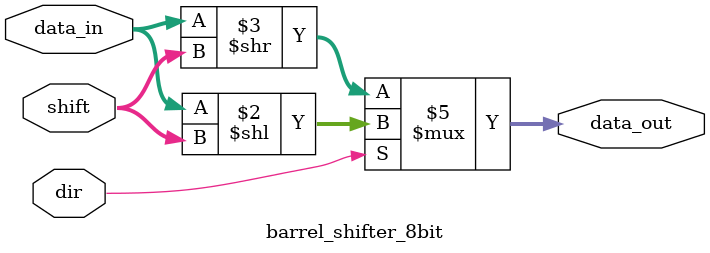
<source format=v>
`timescale 1ns / 1ps


module barrel_shifter_8bit (
    input [7:0] data_in,
    input [2:0] shift,
    input dir,
    output reg [7:0] data_out
);
    
    always @(*) begin
        if (dir) begin // Left shift
            data_out = data_in << shift;
        end else begin // Right shift
            data_out = data_in >> shift;
        end
    end
    
endmodule

</source>
